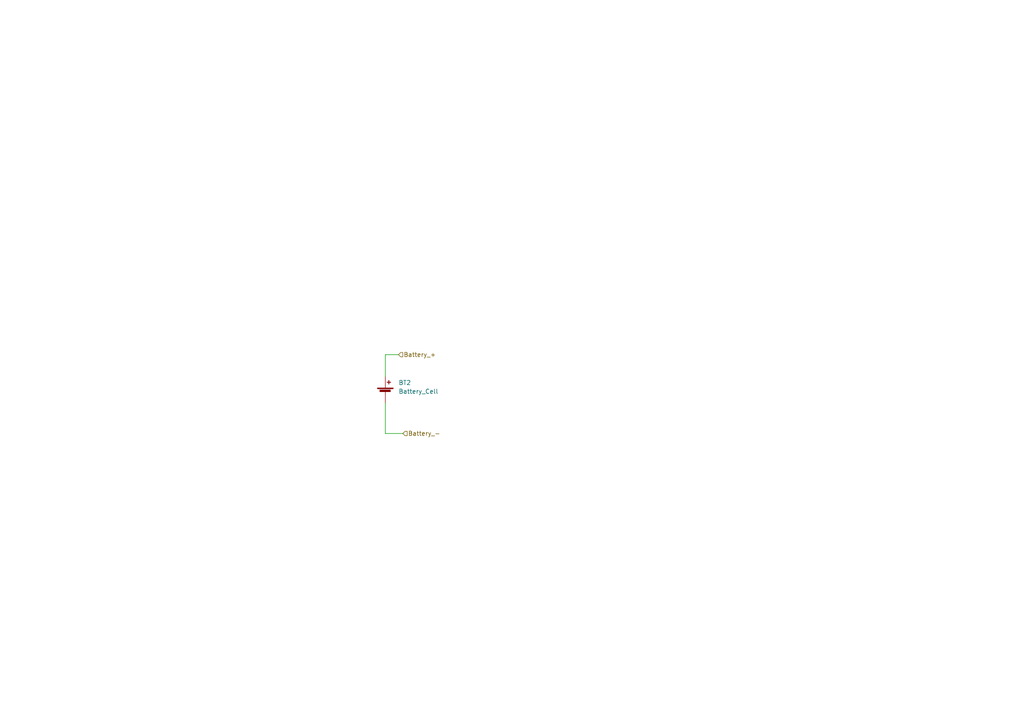
<source format=kicad_sch>
(kicad_sch (version 20230121) (generator eeschema)
  (paper "A4")
  (lib_symbols
    (symbol "Device:Battery_Cell" (pin_numbers hide) (pin_names (offset 0) hide)
      (property "Reference" "BT" (at 2.54 2.54 0))
      (property "Value" "Battery_Cell" (at 2.54 0 0))
      (symbol "Battery_Cell_0_1"
        (rectangle (start -2.286 1.778) (end 2.286 1.524) (fill (type outline)))
        (rectangle (start -1.5748 1.1938) (end 1.4732 0.6858) (fill (type outline)))
        (polyline (pts (xy 0 0.762) (xy 0 0)))
        (polyline (pts (xy 0 1.778) (xy 0 2.54)))
        (polyline (pts (xy 0.508 3.429) (xy 1.524 3.429)) (stroke (width 0.254)))
        (polyline (pts (xy 1.016 3.937) (xy 1.016 2.921)) (stroke (width 0.254)))
      )
      (symbol "Battery_Cell_1_1"
        (pin passive line (at 0 5.08 270) (length 2.54) (name "+") (number "1"))
        (pin passive line (at 0 -2.54 90) (length 2.54) (name "-") (number "2"))
      )
    )
  )
  (wire (pts (xy 111.76 116.84) (xy 111.76 125.73)))
  (wire (pts (xy 116.84 125.73) (xy 111.76 125.73)))
  (wire (pts (xy 111.76 102.87) (xy 111.76 109.22)))
  (wire (pts (xy 115.57 102.87) (xy 111.76 102.87)))
  (hierarchical_label "Battery_+" (shape input) (at 115.57 102.87 0))
  (hierarchical_label "Battery_-" (shape input) (at 116.84 125.73 0))
  (symbol (lib_id "Device:Battery_Cell") (at 111.76 114.3 0) (unit 1)
    (property "Reference" "BT2" (at 115.57 110.998 0) (effects (justify left)))
    (property "Value" "Battery_Cell" (at 115.57 113.538 0) (effects (justify left)))
    (property "Footprint" "OEM:Battery Cell" (effects hide))
  )
)
</source>
